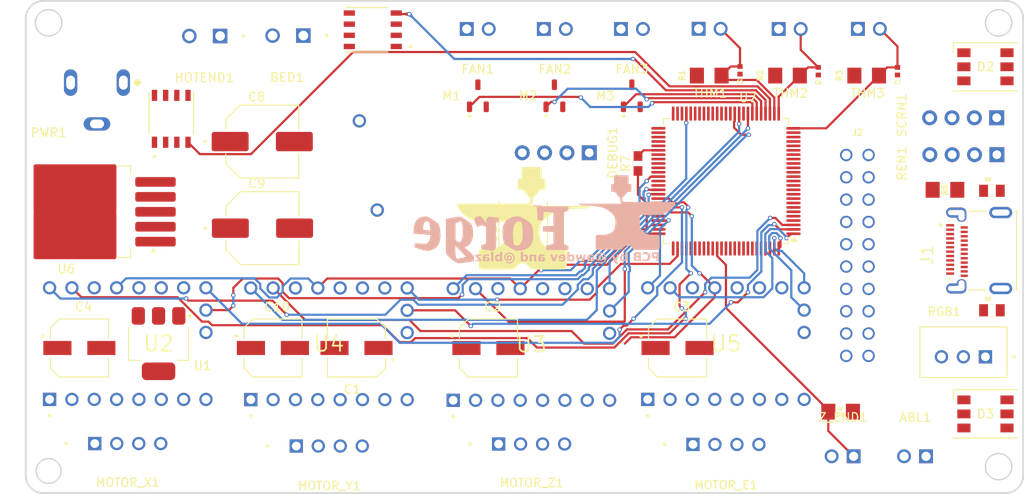
<source format=kicad_pcb>
(kicad_pcb (version 20240108) (generator "pcbnew") (generator_version "8.0")
  (layers (0 "F.Cu" signal) (31 "B.Cu" signal) (34 "B.Paste" user) (35 "F.Paste" user) (36 "B.SilkS" user "B.Silkscreen") (37 "F.SilkS" user "F.Silkscreen") (38 "B.Mask" user) (39 "F.Mask" user) (44 "Edge.Cuts" user))
  (net 0 "")
  (net 2 "ABL")
  (net 7 "T2")
  (net 12 "T1")
  (net 17 "T0")
  (net 21 "GNDREF")
  (net 22 "FAN1")
  (net 23 "FAN2")
  (net 24 "FAN3")
  (net 25 "HOTEND")
  (net 26 "BED")
  (net 27 "Z_END")
  (net 28 "EN_BTN")
  (net 29 "UART_TX")
  (net 30 "UART_RX")
  (net 31 "+3V3")
  (net 32 "VCC")
  (net 33 "Net-(FAN1-Pad1)")
  (net 34 "Net-(FAN2-Pad1)")
  (net 35 "Net-(FAN3-Pad1)")
  (net 36 "EN_REV")
  (net 37 "EN_FOR")
  (net 38 "SCRN_SCL")
  (net 39 "SCRN_SDA")
  (net 40 "DIR_M4")
  (net 41 "Net-(U3-M1A)")
  (net 42 "Net-(U3-M2A)")
  (net 43 "Net-(U2-M1A)")
  (net 44 "Net-(U2-M2A)")
  (net 45 "Net-(U4-M1A)")
  (net 46 "Net-(U4-M2A)")
  (net 47 "Net-(U5-M1B)")
  (net 48 "Net-(U5-M2B)")
  (net 49 "Net-(U5-M2A)")
  (net 50 "Net-(U5-M1A)")
  (net 51 "Net-(U2-M1B)")
  (net 52 "Net-(U2-M2B)")
  (net 53 "Net-(U3-M1B)")
  (net 54 "Net-(U3-M2B)")
  (net 55 "Net-(U4-M1B)")
  (net 56 "Net-(U4-M2B)")
  (net 57 "Net-(BED1-Pad01)")
  (net 58 "Net-(HOTEND1-Pad01)")
  (net 60 "DIR_M1")
  (net 63 "STEP_M1")
  (net 66 "EN_M1")
  (net 67 "STEP_M3")
  (net 68 "STEP_M4")
  (net 69 "EN_M4")
  (net 70 "DIR_M2")
  (net 71 "STEP_M2")
  (net 72 "EN_M3")
  (net 73 "DIAG_M3")
  (net 74 "DIAG_M4")
  (net 75 "DIR_M3")
  (net 76 "EN_M2")
  (net 77 "DIAG_M2")
  (net 78 "DIAG_M1")
  (net 79 "Net-(F1-Pad1)")
  (net 80 "SWDIO")
  (net 81 "SWCLK")
  (net 82 "USB_DP")
  (net 83 "USB_DM")
  (net 84 "+5V")
  (net 85 "Net-(D1-DOUT)")
  (net 87 "NEOPIXEL_DIN")
  (net 88 "Net-(D2-DOUT)")
  (net 90 "NEOPIXEL_DOUT")
  (net 96 "Net-(J1-CC1)")
  (net 97 "Net-(J1-CC2)")
  (net 144 "PF5")
  (net 145 "PF0")
  (net 146 "PF2")
  (net 147 "PF3")
  (net 148 "PF4")
  (net 149 "PE5")
  (net 150 "PE4")
  (net 151 "PF1")
  (footprint "TMC2209_SILENTSTEPSTICK:MODULE_TMC2209_SILENTSTEPSTICK" (layer "F.Cu") (at 180 111 90)
    (property "Reference" "U5")
    (property "Value" "TMC2209_SILENTSTEPSTICK" (hide yes))
  )
  (footprint "RMCF0805JT5K10:RESC2012X65N" (layer "F.Cu") (at 210.2375 93.609251)
    (property "Reference" "R8")
    (property "Value" "RMCF0805JT5K10" (hide yes))
  )
  (footprint "B4B-XH-A:JST_B4B-XH-A" (layer "F.Cu") (at 112 122.9 180)
    (property "Reference" "MOTOR_X1")
    (property "Value" "B4B-XH-A" (hide yes))
  )
  (footprint "GCM155R71H104KE02J:CAPC1005X55N" (layer "F.Cu") (at 199.5 80 -90)
    (property "Reference" "C7")
    (property "Value" "GCM155R71H104KE02J" (hide yes))
  )
  (footprint "PinHeader:PinHeader_1x04_P2.54mm_Vertical" (layer "F.Cu") (at 210.8 89.5 -90)
    (property "Reference" "REN1")
    (property "Value" "PEC11H-4015F-S0016" (hide yes))
  )
  (footprint "EEEFT1V101AP:CAP_EEEFT1V101AP" (layer "F.Cu") (at 174.5 111.5)
    (property "Reference" "C3")
    (property "Value" "EEEFT1V101AP" (hide yes))
  )
  (footprint "IRFH7440TRPBF:TRANS_FDMS86202" (layer "F.Cu") (at 139.8524 75.2856 180)
    (property "Reference" "Q2" (hide yes))
    (property "Value" "~" (hide yes))
  )
  (footprint "PJ-102B:CUI_PJ-102B" (layer "F.Cu") (at 105 81.3 180)
    (property "Reference" "PWR1")
    (property "Value" "PJ-102B" (hide yes))
  )
  (footprint "B2B-XH-A:JST_B2B-XH-A" (layer "F.Cu") (at 187.25 75.725 180)
    (property "Reference" "THM2")
    (property "Value" "B2B-XH-A" (hide yes))
  )
  (footprint "B2B-XH-A:JST_B2B-XH-A" (layer "F.Cu") (at 193.2675 123.300001)
    (property "Reference" "Z_END1")
    (property "Value" "B2B-XH-A" (hide yes))
  )
  (footprint "AO3400A:SOT95P280X125-3N" (layer "F.Cu") (at 151.8 82.8 90)
    (property "Reference" "M1")
    (property "Value" "AO3400A" (hide yes))
  )
  (footprint "IRFH7440TRPBF:TRANS_FDMS86202" (layer "F.Cu") (at 116.9416 85.4202 90)
    (property "Reference" "Q1" (hide yes))
    (property "Value" "~")
  )
  (footprint "B2B-XH-A:JST_B2B-XH-A" (layer "F.Cu") (at 151.7875 75.725001 180)
    (property "Reference" "FAN1")
    (property "Value" "B2B-XH-A" (hide yes))
  )
  (footprint "LED_SMD:LED_WS2812_PLCC6_5.0x5.0mm_P1.6mm" (layer "F.Cu") (at 209.5 79.5)
    (property "Reference" "D2")
    (property "Value" "WS2812" (hide yes))
  )
  (footprint "AO3400A:SOT95P280X125-3N" (layer "F.Cu") (at 160.5 82.8 90)
    (property "Reference" "M2")
    (property "Value" "AO3400A" (hide yes))
  )
  (footprint "b3b-xh-a:JST_B3B-XH-A" (layer "F.Cu") (at 207 111.975)
    (property "Reference" "RGB1")
    (property "Value" "B3B-XH-A")
  )
  (footprint "TMC2209_SILENTSTEPSTICK:MODULE_TMC2209_SILENTSTEPSTICK" (layer "F.Cu") (at 157.8864 111.0996 90)
    (property "Reference" "U3")
    (property "Value" "TMC2209_SILENTSTEPSTICK" (hide yes))
  )
  (footprint "B4B-XH-A:JST_B4B-XH-A" (layer "F.Cu") (at 134.9086 123.1816 180)
    (property "Reference" "MOTOR_Y1")
    (property "Value" "B4B-XH-A" (hide yes))
  )
  (footprint "RC1206JR-134K7L:RESC3216X65" (layer "F.Cu") (at 193.037001 118.745)
    (property "Reference" "R4")
    (property "Value" "RC1206JR-134K7L" (hide yes))
  )
  (footprint "Phoenix 1751248:PHOENIX_1751248" (layer "F.Cu") (at 124.5 72.4 180)
    (property "Reference" "HOTEND1")
    (property "Value" "1751248" (hide yes))
  )
  (footprint "LED_SMD:LED_WS2812_PLCC6_5.0x5.0mm_P1.6mm" (layer "F.Cu") (at 209.5 119)
    (property "Reference" "D3")
    (property "Value" "WS2812" (hide yes))
  )
  (footprint "EEEFT1V101AP:CAP_EEEFT1V101AP" (layer "F.Cu") (at 138 111.5 180)
    (property "Reference" "C1")
    (property "Value" "EEEFT1V101AP" (hide yes))
  )
  (footprint "B2B-XH-A:JST_B2B-XH-A" (layer "F.Cu") (at 160.55 75.725001 180)
    (property "Reference" "FAN2")
    (property "Value" "B2B-XH-A" (hide yes))
  )
  (footprint "2x10_tht:PinBox-2.54-02x10-THT" (layer "F.Cu") (at 194.945 100.965 180)
    (property "Reference" "J2")
    (property "Value" "Conn_02x10_Odd_Even" (hide yes))
  )
  (footprint "RC1206JR-134K7L:RESC3216X65" (layer "F.Cu") (at 178.100001 80.5)
    (property "Reference" "R1")
    (property "Value" "RC1206JR-134K7L" (hide yes))
  )
  (footprint "Phoenix 1751248:PHOENIX_1751248" (layer "F.Cu") (at 133.9625 72.35 180)
    (property "Reference" "BED1")
    (property "Value" "1751248" (hide yes))
  )
  (footprint "Package_TO_SOT_SMD:SOT-223-3_TabPin2" (layer "F.Cu") (at 115.5 111 -90)
    (property "Reference" "U1")
    (property "Value" "AMS1117-3.3" (hide yes))
  )
  (footprint "EEEFT1V101AP:CAP_EEEFT1V101AP" (layer "F.Cu") (at 153 111.5)
    (property "Reference" "C2")
    (property "Value" "EEEFT1V101AP" (hide yes))
  )
  (footprint "UWT1V101MCL1GS:CAPAE830X1000N" (layer "F.Cu") (at 127.3121 97.8662)
    (property "Reference" "C9")
    (property "Value" "UWT1V331MNL1GS" (hide yes))
  )
  (footprint "RC1206JR-134K7L:RESC3216X65" (layer "F.Cu") (at 196 80.5)
    (property "Reference" "R3")
    (property "Value" "RC1206JR-134K7L" (hide yes))
  )
  (footprint "RC0603FR-131KL:0603" (layer "F.Cu") (at 170 90.5 -90)
    (property "Reference" "R7")
    (property "Value" "RC0603FR-131KL" (hide yes))
  )
  (footprint "AO3400A:SOT95P280X125-3N" (layer "F.Cu") (at 169.3 82.8 90)
    (property "Reference" "M3")
    (property "Value" "AO3400A" (hide yes))
  )
  (footprint "PinHeader:PinHeader_1x04_P2.54mm_Vertical" (layer "F.Cu") (at 164.465 89.281 -90)
    (property "Reference" "DEBUG1")
    (property "Value" "Conn_01x04_Pin" (hide yes))
  )
  (footprint "PinHeader:PinHeader_1x04_P2.54mm_Vertical" (layer "F.Cu") (at 210.78 85.3 -90)
    (property "Reference" "SCRN1")
    (property "Value" "SSD1306" (hide yes))
  )
  (footprint "TMC2209_SILENTSTEPSTICK:MODULE_TMC2209_SILENTSTEPSTICK" (layer "F.Cu") (at 134.874 111.0234 90)
    (property "Reference" "U4")
    (property "Value" "TMC2209_SILENTSTEPSTICK" (hide yes))
  )
  (footprint "LOGO" (layer "F.Cu") (at 156.9 97.8)
    (property "Reference" "G***" (hide yes))
    (property "Value" "LOGO" (hide yes))
  )
  (footprint "B2B-XH-A:JST_B2B-XH-A" (layer "F.Cu") (at 201.5 123.300001)
    (property "Reference" "ABL1")
    (property "Value" "B2B-XH-A" (hide yes))
  )
  (footprint "B4B-XH-A:JST_B4B-XH-A" (layer "F.Cu") (at 157.9064 122.953 180)
    (property "Reference" "MOTOR_Z1")
    (property "Value" "B4B-XH-A" (hide yes))
  )
  (footprint "DX07S024JJ3R1300:JAE_DX07S024JJ3R1300" (layer "F.Cu") (at 208.1875 100.409251 90)
    (property "Reference" "J1")
    (property "Value" "DX07S024JJ3R1300" (hide yes))
    (fp_line (start 4.02 -2.65) (end 4.02 -1.75) (stroke (width 0.01)) (layer "Edge.Cuts"))
    (fp_line (start -4.02 -2.65) (end -4.02 -1.75) (stroke (width 0.01)) (layer "Edge.Cuts"))
    (fp_line (start 4.02 -1.75) (end 3.72 -1.75) (stroke (width 0.01)) (layer "Edge.Cuts"))
    (fp_line (start -4.02 -1.75) (end -3.72 -1.75) (stroke (width 0.01)) (layer "Edge.Cuts"))
    (fp_line (start 4.62 -1.4) (end 4.62 -2.65) (stroke (width 0.01)) (layer "Edge.Cuts"))
    (fp_line (start -4.62 -1.4) (end -4.62 -2.65) (stroke (width 0.01)) (layer "Edge.Cuts"))
    (fp_line (start 3.72 -1.05) (end 4.27 -1.05) (stroke (width 0.01)) (layer "Edge.Cuts"))
    (fp_line (start -3.72 -1.05) (end -4.27 -1.05) (stroke (width 0.01)) (layer "Edge.Cuts"))
    (fp_line (start 3.425 -0.315) (end 3.775 -0.315001) (stroke (width 0.01)) (layer "Edge.Cuts"))
    (fp_line (start 3.8 0.185) (end 3.425 0.185) (stroke (width 0.01)) (layer "Edge.Cuts"))
    (fp_arc (start 4.32 -2.95) (mid 4.532132 -2.862132) (end 4.62 -2.65) (stroke (width 0.01)) (layer "Edge.Cuts"))
    (fp_arc (start -4.32 -2.95) (mid -4.107868 -2.862132) (end -4.02 -2.65) (stroke (width 0.01)) (layer "Edge.Cuts"))
    (fp_arc (start 4.02 -2.65) (mid 4.107868 -2.862132) (end 4.32 -2.95) (stroke (width 0.01)) (layer "Edge.Cuts"))
    (fp_arc (start -4.62 -2.65) (mid -4.532132 -2.862132) (end -4.32 -2.95) (stroke (width 0.01)) (layer "Edge.Cuts"))
    (fp_arc (start -3.72 -1.75) (mid -3.37 -1.4) (end -3.72 -1.05) (stroke (width 0.01)) (layer "Edge.Cuts"))
    (fp_arc (start 4.62 -1.4) (mid 4.517487 -1.152513) (end 4.27 -1.05) (stroke (width 0.01)) (layer "Edge.Cuts"))
    (fp_arc (start 3.72 -1.05) (mid 3.37 -1.4) (end 3.72 -1.75) (stroke (width 0.01)) (layer "Edge.Cuts"))
    (fp_arc (start -4.27 -1.05) (mid -4.517487 -1.152513) (end -4.62 -1.4) (stroke (width 0.01)) (layer "Edge.Cuts"))
    (fp_arc (start 3.775 -0.315001) (mid 3.951777 -0.241777) (end 4.025 -0.065) (stroke (width 0.01)) (layer "Edge.Cuts"))
    (fp_arc (start 3.175 -0.065) (mid 3.248223 -0.241777) (end 3.425 -0.315) (stroke (width 0.01)) (layer "Edge.Cuts"))
    (fp_arc (start 4.025 -0.064999) (mid 3.960468 0.103174) (end 3.8 0.185) (stroke (width 0.01)) (layer "Edge.Cuts"))
    (fp_arc (start 3.425 0.185) (mid 3.248223 0.111777) (end 3.175 -0.065) (stroke (width 0.01)) (layer "Edge.Cuts"))
  )
  (footprint "EEEFN1C221XP:CAP_EEEFN1C221XP" (layer "F.Cu") (at 128.5 111.5)
    (property "Reference" "C10")
    (property "Value" "EEEFN1C221XP" (hide yes))
  )
  (footprint "TMC2209_SILENTSTEPSTICK:MODULE_TMC2209_SILENTSTEPSTICK" (layer "F.Cu") (at 112 111 90)
    (property "Reference" "U2")
    (property "Value" "TMC2209_SILENTSTEPSTICK" (hide yes))
  )
  (footprint "Package_TO_SOT_SMD:TO-263-5_TabPin3" (layer "F.Cu") (at 107.5 96 180)
    (property "Reference" "U6")
    (property "Value" "LM2576HVS-5" (hide yes))
  )
  (footprint "Package_QFP:LQFP-100_14x14mm_P0.5mm" (layer "F.Cu") (at 180 92.5 180)
    (property "Reference" "U7")
    (property "Value" "STM32G0B1VETx" (hide yes))
  )
  (footprint "RC1206JR-134K7L:RESC3216X65" (layer "F.Cu") (at 187 80.5)
    (property "Reference" "R2")
    (property "Value" "RC1206JR-134K7L" (hide yes))
  )
  (footprint "LED_SMD:LED_WS2812_PLCC6_5.0x5.0mm_P1.6mm" (layer "F.Cu") (at 156.95 98.5 90)
    (property "Reference" "D1")
    (property "Value" "WS2812")
  )
  (footprint "B2B-XH-A:JST_B2B-XH-A" (layer "F.Cu") (at 169.3125 75.725001 180)
    (property "Reference" "FAN3")
    (property "Value" "B2B-XH-A" (hide yes))
  )
  (footprint "B2B-XH-A:JST_B2B-XH-A" (layer "F.Cu") (at 196.25 75.705001 180)
    (property "Reference" "THM3")
    (property "Value" "B2B-XH-A" (hide yes))
  )
  (footprint "GCM155R71H104KE02J:CAPC1005X55N" (layer "F.Cu") (at 181.6 79.9 -90)
    (property "Reference" "C5")
    (property "Value" "GCM155R71H104KE02J" (hide yes))
  )
  (footprint "RC1206JR-134K7L:RESC3216X65" (layer "F.Cu") (at 204.899999 93.5)
    (property "Reference" "R6")
    (property "Value" "RC1206JR-134K7L" (hide yes))
  )
  (footprint "RMCF0805JT5K10:RESC2012X65N" (layer "F.Cu") (at 210.2375 107.209251)
    (property "Reference" "R9")
    (property "Value" "RMCF0805JT5K10" (hide yes))
  )
  (footprint "B2B-XH-A:JST_B2B-XH-A" (layer "F.Cu") (at 178.15 75.7 180)
    (property "Reference" "THM1")
    (property "Value" "B2B-XH-A" (hide yes))
  )
  (footprint "B4B-XH-A:JST_B4B-XH-A" (layer "F.Cu") (at 180 123 180)
    (property "Reference" "MOTOR_E1")
    (property "Value" "B4B-XH-A" (hide yes))
  )
  (footprint "UWT1V101MCL1GS:CAPAE830X1000N" (layer "F.Cu") (at 127.2867 88.011)
    (property "Reference" "C8")
    (property "Value" "UWT1V101MCL1GS" (hide yes))
  )
  (footprint "GCM155R71H104KE02J:CAPC1005X55N" (layer "F.Cu") (at 190.5 80 -90)
    (property "Reference" "C6")
    (property "Value" "GCM155R71H104KE02J" (hide yes))
  )
  (footprint "EEEFT1V101AP:CAP_EEEFT1V101AP" (layer "F.Cu") (at 106.5 111.5)
    (property "Reference" "C4")
    (property "Value" "EEEFT1V101AP" (hide yes))
  )
  (footprint "LOGO" (layer "B.Cu") (at 159.361128 96.850732 180)
    (property "Reference" "G***" (hide yes))
    (property "Value" "LOGO" (hide yes))
  )
  (footprint "RUEF900:FUSRR1015W81L2410T300H2900" (layer "B.Cu") (at 139.3444 90.7288 -90)
    (property "Reference" "F1" (hide yes))
    (property "Value" "RUEF900" (hide yes))
  )
  (gr_line (start 211.775735 128.014215) (end 102.414213 128.014213) (stroke (width 0.2)) (layer "Edge.Cuts"))
  (gr_line (start 100.4 74.014214) (end 100.4 126) (stroke (width 0.2)) (layer "Edge.Cuts"))
  (gr_arc (start 211.775736 72.000002) (mid 213.199993 72.589953) (end 213.789949 74.014215) (stroke (width 0.2)) (layer "Edge.Cuts"))
  (gr_arc (start 102.414213 128.014213) (mid 100.989949 127.424264) (end 100.4 126) (stroke (width 0.2)) (layer "Edge.Cuts"))
  (gr_circle (center 103 125.5) (end 104 126.5) (stroke (width 0.15)) (fill none) (layer "Edge.Cuts"))
  (gr_circle (center 211 125) (end 212.5 125) (stroke (width 0.15)) (fill none) (layer "Edge.Cuts"))
  (gr_line (start 213.789949 74.014215) (end 213.789949 126.000001) (stroke (width 0.2)) (layer "Edge.Cuts"))
  (gr_line (start 211.775736 72.000002) (end 102.414214 72) (stroke (width 0.2)) (layer "Edge.Cuts"))
  (gr_arc (start 100.4 74.014214) (mid 100.98995 72.58995) (end 102.414214 72) (stroke (width 0.2)) (layer "Edge.Cuts"))
  (gr_circle (center 211 74.5) (end 212.5 74.5) (stroke (width 0.15)) (fill none) (layer "Edge.Cuts"))
  (gr_arc (start 213.789949 126.000001) (mid 213.199999 127.424265) (end 211.775735 128.014215) (stroke (width 0.2)) (layer "Edge.Cuts"))
  (gr_circle (center 103 74.5) (end 104.5 74.5) (stroke (width 0.15)) (fill none) (layer "Edge.Cuts"))
  (gr_text "PCB by @awdev and @blaze" (at 172.5 101.8 0) (layer "B.SilkS") (effects (font (size 1 1) (thickness 0.25) (bold yes)) (justify left bottom mirror)))
  (segment (start 181.6 77.375) (end 179.4 75.175) (width 0.25) (layer "F.Cu") (net 7))
  (segment (start 180.532 79.468) (end 181.6 79.468) (width 0.25) (layer "F.Cu") (net 7))
  (segment (start 183.5 81) (end 185.5 83) (width 0.25) (layer "F.Cu") (net 7))
  (segment (start 181.6 79.468) (end 181.6 77.375) (width 0.25) (layer "F.Cu") (net 7))
  (segment (start 179.5 80.5) (end 180.532 79.468) (width 0.25) (layer "F.Cu") (net 7))
  (segment (start 185.5 83) (end 185.5 84.825) (width 0.25) (layer "F.Cu") (net 7))
  (segment (start 179.5 80.5) (end 180 81) (width 0.25) (layer "F.Cu") (net 7))
  (segment (start 180 81) (end 183.5 81) (width 0.25) (layer "F.Cu") (net 7))
  (segment (start 186 84.825) (end 186 82.899999) (width 0.25) (layer "F.Cu") (net 12))
  (segment (start 188.399999 80.5) (end 189.331999 79.568) (width 0.25) (layer "F.Cu") (net 12))
  (segment (start 186 82.899999) (end 188.399999 80.5) (width 0.25) (layer "F.Cu") (net 12))
  (segment (start 188.5 75.2) (end 188.5 77.568) (width 0.25) (layer "F.Cu") (net 12))
  (segment (start 188.5 77.568) (end 190.5 79.568) (width 0.25) (layer "F.Cu") (net 12))
  (segment (start 189.331999 79.568) (end 190.5 79.568) (width 0.25) (layer "F.Cu") (net 12))
  (segment (start 198.331999 79.568) (end 199.5 79.568) (width 0.25) (layer "F.Cu") (net 17))
  (segment (start 197.399999 80.5) (end 198.331999 79.568) (width 0.25) (layer "F.Cu") (net 17))
  (segment (start 197.399999 80.5) (end 191.399999 86.5) (width 0.25) (layer "F.Cu") (net 17))
  (segment (start 199.5 79.568) (end 199.5 77.180001) (width 0.25) (layer "F.Cu") (net 17))
  (segment (start 199.5 77.180001) (end 197.5 75.180001) (width 0.25) (layer "F.Cu") (net 17))
  (segment (start 191.399999 86.5) (end 187.675 86.5) (width 0.25) (layer "F.Cu") (net 17))
  (segment (start 163.425 82.925) (end 151.980001 82.925) (width 0.25) (layer "F.Cu") (net 22))
  (segment (start 183 83.68198) (end 182.84302 83.525) (width 0.25) (layer "F.Cu") (net 22))
  (segment (start 151.980001 82.925) (end 150.850001 84.055) (width 0.25) (layer "F.Cu") (net 22))
  (segment (start 182.84302 83.525) (end 171.723868 83.525) (width 0.25) (layer "F.Cu") (net 22))
  (segment (start 163.5 83) (end 163.425 82.925) (width 0.25) (layer "F.Cu") (net 22))
  (segment (start 171.723868 83.525) (end 171.598868 83.65) (width 0.25) (layer "F.Cu") (net 22))
  (segment (start 183 84.825) (end 183 83.68198) (width 0.25) (layer "F.Cu") (net 22))
  (via (at 171.598868 83.65) (size 0.5) (drill 0.3) (layers "F.Cu" "B.Cu") (net 22))
  (via (at 163.5 83) (size 0.5) (drill 0.3) (layers "F.Cu" "B.Cu") (net 22))
  (segment (start 171.598868 83.65) (end 171.173868 84.075) (width 0.25) (layer "B.Cu") (net 22))
  (segment (start 164.575 84.075) (end 163.5 83) (width 0.25) (layer "B.Cu") (net 22))
  (segment (start 171.173868 84.075) (end 164.575 84.075) (width 0.25) (layer "B.Cu") (net 22))
  (segment (start 183.029416 83.075) (end 183.5 83.545584) (width 0.25) (layer "F.Cu") (net 23))
  (segment (start 171 83.2) (end 171.125 83.075) (width 0.25) (layer "F.Cu") (net 23))
  (segment (start 171.125 83.075) (end 183.029416 83.075) (width 0.25) (layer "F.Cu") (net 23))
  (segment (start 160.5 83.5) (end 160.105001 83.5) (width 0.25) (layer "F.Cu") (net 23))
  (segment (start 183.5 83.545584) (end 183.5 84.825) (width 0.25) (layer "F.Cu") (net 23))
  (segment (start 160.105001 83.5) (end 159.550001 84.055) (width 0.25) (layer "F.Cu") (net 23))
  (via (at 171 83.2) (size 0.5) (drill 0.3) (layers "F.Cu" "B.Cu") (net 23))
  (via (at 160.5 83.5) (size 0.5) (drill 0.3) (layers "F.Cu" "B.Cu") (net 23))
  (segment (start 162 82) (end 160.5 83.5) (width 0.25) (layer "B.Cu") (net 23))
  (segment (start 171 83.2) (end 169.8 82) (width 0.25) (layer "B.Cu") (net 23))
  (segment (start 169.8 82) (end 162 82) (width 0.25) (layer "B.Cu") (net 23))
  (segment (start 169.780001 82.625) (end 183.215812 82.625) (width 0.25) (layer "F.Cu") (net 24))
  (segment (start 168.350001 84.055) (end 169.780001 82.625) (width 0.25) (layer "F.Cu") (net 24))
  (segment (start 184 83.409188) (end 184 84.825) (width 0.25) (layer "F.Cu") (net 24))
  (segment (start 183.215812 82.625) (end 184 83.409188) (width 0.25) (layer "F.Cu") (net 24))
  (segment (start 120.1924 89.436) (end 118.8466 88.0902) (width 0.25) (layer "F.Cu") (net 25))
  (segment (start 185 83.136396) (end 183.588604 81.725) (width 0.25) (layer "F.Cu") (net 25))
  (segment (start 126.005552 89.436) (end 120.1924 89.436) (width 0.25) (layer "F.Cu") (net 25))
  (segment (start 183.588604 81.725) (end 173.5838 81.725) (width 0.25) (layer "F.Cu") (net 25))
  (segment (start 185 84.825) (end 185 83.136396) (width 0.25) (layer "F.Cu") (net 25))
  (segment (start 169.6794 77.8206) (end 137.620952 77.8206) (width 0.25) (layer "F.Cu") (net 25))
  (segment (start 173.5838 81.725) (end 169.6794 77.8206) (width 0.25) (layer "F.Cu") (net 25))
  (segment (start 137.620952 77.8206) (end 126.005552 89.436) (width 0.25) (layer "F.Cu") (net 25))
  (segment (start 144 73.5) (end 142.6418 73.5) (width 0.25) (layer "F.Cu") (net 26))
  (segment (start 142.6418 73.5) (end 142.5224 73.3806) (width 0.25) (layer "F.Cu") (net 26))
  (segment (start 183.402208 82.175) (end 173.175 82.175) (width 0.25) (layer "F.Cu") (net 26))
  (segment (start 173.175 82.175) (end 169.5 78.5) (width 0.25) (layer "F.Cu") (net 26))
  (segment (start 169.5 78.5) (end 169.439547 78.560453) (width 0.25) (layer "F.Cu") (net 26))
  (segment (start 184.5 84.825) (end 184.5 83.272792) (width 0.25) (layer "F.Cu") (net 26))
  (segment (start 169.439547 78.560453) (end 169.439547 78.606053) (width 0.25) (layer "F.Cu") (net 26))
  (segment (start 184.5 83.272792) (end 183.402208 82.175) (width 0.25) (layer "F.Cu") (net 26))
  (via (at 169.439547 78.606053) (size 0.5) (drill 0.3) (layers "F.Cu" "B.Cu") (net 26))
  (via (at 144 73.5) (size 0.5) (drill 0.3) (layers "F.Cu" "B.Cu") (net 26))
  (segment (start 169.439547 78.606053) (end 149.106053 78.606053) (width 0.25) (layer "B.Cu") (net 26))
  (segment (start 149.106053 78.606053) (end 144 73.5) (width 0.25) (layer "B.Cu") (net 26))
  (segment (start 191.637002 118.745) (end 191.637002 120.944503) (width 0.25) (layer "F.Cu") (net 27))
  (segment (start 180 102.042764) (end 180 106.934063) (width 0.25) (layer "F.Cu") (net 27))
  (segment (start 191.637002 118.571065) (end 191.637002 118.745) (width 0.25) (layer "F.Cu") (net 27))
  (segment (start 191.637002 120.944503) (end 194.5175 123.825001) (width 0.25) (layer "F.Cu") (net 27))
  (segment (start 179 100.175) (end 179 101.042764) (width 0.25) (layer "F.Cu") (net 27))
  (segment (start 179 101.042764) (end 180 102.042764) (width 0.25) (layer "F.Cu") (net 27))
  (segment (start 180 106.934063) (end 191.637002 118.571065) (width 0.25) (layer "F.Cu") (net 27))
  (segment (start 170 89.65) (end 170.65 89) (width 0.25) (layer "F.Cu") (net 29))
  (segment (start 170.65 89) (end 172.325 89) (width 0.25) (layer "F.Cu") (net 29))
  (segment (start 173.802208 96.075) (end 173.227208 95.5) (width 0.25) (layer "F.Cu") (net 30))
  (segment (start 171 98) (end 171 95.957236) (width 0.25) (layer "F.Cu") (net 30))
  (segment (start 173.227208 95.5) (end 172.325 95.5) (width 0.25) (layer "F.Cu") (net 30))
  (segment (start 155.4612 103.5944) (end 134.683 103.5944) (width 0.25) (layer "F.Cu") (net 30))
  (segment (start 169.863604 98) (end 171 98) (width 0.25) (layer "F.Cu") (net 30))
  (segment (start 169.217337 110.282663) (end 168.5 111) (width 0.25) (layer "F.Cu") (net 30))
  (segment (start 163.596584 101.575) (end 166.288604 101.575) (width 0.25) (layer "F.Cu") (net 30))
  (segment (start 175.69934 96.075) (end 173.802208 96.075) (width 0.25) (layer "F.Cu") (net 30))
  (segment (start 178.73 105.716317) (end 174.163654 110.282663) (width 0.25) (layer "F.Cu") (net 30))
  (segment (start 171 95.957236) (end 171.457236 95.5) (width 0.25) (layer "F.Cu") (net 30))
  (segment (start 158.7204 102.6456) (end 156.6164 104.7496) (width 0.25) (layer "F.Cu") (net 30))
  (segment (start 174.163654 110.282663) (end 169.217337 110.282663) (width 0.25) (layer "F.Cu") (net 30))
  (segment (start 171.457236 95.5) (end 172.325 95.5) (width 0.25) (layer "F.Cu") (net 30))
  (segment (start 178.73 104.65) (end 178.73 105.716317) (width 0.25) (layer "F.Cu") (net 30))
  (segment (start 176.12434 96.5) (end 175.69934 96.075) (width 0.25) (layer "F.Cu") (net 30))
  (segment (start 156.6164 104.7496) (end 155.4612 103.5944) (width 0.25) (layer "F.Cu") (net 30))
  (segment (start 159 102.6456) (end 158.7204 102.6456) (width 0.25) (layer "F.Cu") (net 30))
  (segment (start 166.288604 101.575) (end 169.863604 98) (width 0.25) (layer "F.Cu") (net 30))
  (segment (start 170 94.042764) (end 171.457236 95.5) (width 0.25) (layer "F.Cu") (net 30))
  (segment (start 177 103) (end 177.08 103) (width 0.25) (layer "F.Cu") (net 30))
  (segment (start 134.683 103.5944) (end 133.604 104.6734) (width 0.25) (layer "F.Cu") (net 30))
  (segment (start 163.471584 101.45) (end 163.596584 101.575) (width 0.25) (layer "F.Cu") (net 30))
  (segment (start 177.08 103) (end 178.73 104.65) (width 0.25) (layer "F.Cu") (net 30))
  (segment (start 170 91.35) (end 170 94.042764) (width 0.25) (layer "F.Cu") (net 30))
  (via (at 176.12434 96.5) (size 0.5) (drill 0.3) (layers "F.Cu" "B.Cu") (net 30))
  (via (at 159 102.6456) (size 0.5) (drill 0.3) (layers "F.Cu" "B.Cu") (net 30))
  (via (at 177 103) (size 0.5) (drill 0.3) (layers "F.Cu" "B.Cu") (net 30))
  (via (at 163.471584 101.45) (size 0.5) (drill 0.3) (layers "F.Cu" "B.Cu") (net 30))
  (segment (start 130.5086 103.5944) (end 129.603 104.5) (width 0.25) (layer "B.Cu") (net 30))
  (segment (start 129.603 105.120337) (end 128.970937 105.7524) (width 0.25) (layer "B.Cu") (net 30))
  (segment (start 163.471584 101.45) (end 163.471584 101.528416) (width 0.25) (layer "B.Cu") (net 30))
  (segment (start 128.970937 105.7524) (end 128.077063 105.7524) (width 0.25) (layer "B.Cu") (net 30))
  (segment (start 163.471584 101.528416) (end 162.3544 102.6456) (width 0.25) (layer "B.Cu") (net 30))
  (segment (start 128.077063 105.7524) (end 127.063 104.738337) (width 0.25) (layer "B.Cu") (net 30))
  (segment (start 111.809 103.571) (end 110.73 104.65) (width 0.25) (layer "B.Cu") (net 30))
  (segment (start 162.3544 102.6456) (end 159 102.6456) (width 0.25) (layer "B.Cu") (net 30))
  (segment (start 176.12434 102.12434) (end 177 103) (width 0.25) (layer "B.Cu") (net 30))
  (segment (start 129.603 104.5) (end 129.603 105.120337) (width 0.25) (layer "B.Cu") (net 30))
  (segment (start 176.12434 96.5) (end 176.12434 102.12434) (width 0.25) (layer "B.Cu") (net 30))
  (segment (start 127.063 104.226463) (end 126.407537 103.571) (width 0.25) (layer "B.Cu") (net 30))
  (segment (start 132.525 103.5944) (end 130.5086 103.5944) (width 0.25) (layer "B.Cu") (net 30))
  (segment (start 126.407537 103.571) (end 111.809 103.571) (width 0.25) (layer "B.Cu") (net 30))
  (segment (start 127.063 104.738337) (end 127.063 104.226463) (width 0.25) (layer "B.Cu") (net 30))
  (segment (start 133.604 104.6734) (end 132.525 103.5944) (width 0.25) (layer "B.Cu") (net 30))
  (segment (start 173.44957 97) (end 173.474785 96.974785) (width 0.25) (layer "F.Cu") (net 40))
  (segment (start 172.325 97) (end 173.44957 97) (width 0.25) (layer "F.Cu") (net 40))
  (via (at 173.474785 96.974785) (size 0.5) (drill 0.3) (layers "F.Cu" "B.Cu") (net 40))
  (segment (start 172.5 103.26) (end 171.11 104.65) (width 0.25) (layer "B.Cu") (net 40))
  (segment (start 173.474785 96.974785) (end 172.5 97.94957) (width 0.25) (layer "B.Cu") (net 40))
  (segment (start 172.5 97.94957) (end 172.5 103.26) (width 0.25) (layer "B.Cu") (net 40))
  (segment (start 128.459578 106.111) (end 118.864124 106.111) (width 0.25) (layer "F.Cu") (net 60))
  (segment (start 172.325 94) (end 171.281681 94) (width 0.25) (layer "F.Cu") (net 60))
  (segment (start 130.065978 107.7174) (end 128.459578 106.111) (width 0.25) (layer "F.Cu") (net 60))
  (segment (start 171.281681 94) (end 171.208635 94.073046) (width 0.25) (layer "F.Cu") (net 60))
  (segment (start 118.864124 106.111) (end 118.626562 105.873438) (width 0.25) (layer "F.Cu") (net 60))
  (via (at 118.626562 105.873438) (size 0.5) (drill 0.3) (layers "F.Cu" "B.Cu") (net 60))
  (via (at 130.065978 107.7174) (size 0.5) (drill 0.3) (layers "F.Cu" "B.Cu") (net 60))
  (via (at 171.208635 94.073046) (size 0.5) (drill 0.3) (layers "F.Cu" "B.Cu") (net 60))
  (segment (start 163.1574 104.8426) (end 161.425 106.575) (width 0.25) (layer "B.Cu") (net 60))
  (segment (start 104.333438 105.873438) (end 103.11 104.65) (width 0.25) (layer "B.Cu") (net 60))
  (segment (start 161.425 106.575) (end 145.029204 106.575) (width 0.25) (layer "B.Cu") (net 60))
  (segment (start 143 106) (end 141.2826 107.7174) (width 0.25) (layer "B.Cu") (net 60))
  (segment (start 171.208635 94.073046) (end 171.208635 95.882177) (width 0.25) (layer "B.Cu") (net 60))
  (segment (start 164.3294 103.6706) (end 163.789463 103.6706) (width 0.25) (layer "B.Cu") (net 60))
  (segment (start 141.2826 107.7174) (end 130.065978 107.7174) (width 0.25) (layer "B.Cu") (net 60))
  (segment (start 165.8764 101.214412) (end 165.8764 101.487204) (width 0.25) (layer "B.Cu") (net 60))
  (segment (start 145.029204 106.575) (end 144.454204 106) (width 0.25) (layer "B.Cu") (net 60))
  (segment (start 163.789463 103.6706) (end 163.1574 104.302663) (width 0.25) (layer "B.Cu") (net 60))
  (segment (start 164.8654 103.1346) (end 164.3294 103.6706) (width 0.25) (layer "B.Cu") (net 60))
  (segment (start 164.8654 102.498204) (end 164.8654 103.1346) (width 0.25) (layer "B.Cu") (net 60))
  (segment (start 165.8764 101.487204) (end 164.8654 102.498204) (width 0.25) (layer "B.Cu") (net 60))
  (segment (start 171.208635 95.882177) (end 165.8764 101.214412) (width 0.25) (layer "B.Cu") (net 60))
  (segment (start 144.454204 106) (end 143 106) (width 0.25) (layer "B.Cu") (net 60))
  (segment (start 163.1574 104.302663) (end 163.1574 104.8426) (width 0.25) (layer "B.Cu") (net 60))
  (segment (start 118.626562 105.873438) (end 104.333438 105.873438) (width 0.25) (layer "B.Cu") (net 60))
  (segment (start 175.700003 95.38683) (end 175.700003 95.5) (width 0.25) (layer "F.Cu") (net 63))
  (segment (start 174.761827 94.925) (end 175.238173 94.925) (width 0.25) (layer "F.Cu") (net 63))
  (segment (start 120.43995 108.5) (end 117.66895 105.729) (width 0.25) (layer "F.Cu") (net 63))
  (segment (start 175.238173 94.925) (end 175.700003 95.38683) (width 0.25) (layer "F.Cu") (net 63))
  (segment (start 140.957031 108.907031) (end 121.592968 108.907031) (width 0.25) (layer "F.Cu") (net 63))
  (segment (start 175.25956 108.167401) (end 173.594298 109.832663) (width 0.25) (layer "F.Cu") (net 63))
  (segment (start 174.988695 106.988695) (end 174.729 106.729) (width 0.25) (layer "F.Cu") (net 63))
  (segment (start 174.729 104.271) (end 176 103) (width 0.25) (layer "F.Cu") (net 63))
  (segment (start 144.668337 110.375) (end 144.210937 110.8324) (width 0.25) (layer "F.Cu") (net 63))
  (segment (start 167.318333 111.45) (end 158.5 111.45) (width 0.25) (layer "F.Cu") (net 63))
  (segment (start 173.594298 109.832663) (end 168.93567 109.832663) (width 0.25) (layer "F.Cu") (net 63))
  (segment (start 157.425 110.375) (end 144.668337 110.375) (width 0.25) (layer "F.Cu") (net 63))
  (segment (start 158.5 111.45) (end 157.425 110.375) (width 0.25) (layer "F.Cu") (net 63))
  (segment (start 142.8824 110.8324) (end 140.957031 108.907031) (width 0.25) (layer "F.Cu") (net 63))
  (segment (start 174.05 95.05) (end 174.636827 95.05) (width 0.25) (layer "F.Cu") (net 63))
  (segment (start 106.729 105.729) (end 105.65 104.65) (width 0.25) (layer "F.Cu") (net 63))
  (segment (start 121.185937 108.5) (end 120.43995 108.5) (width 0.25) (layer "F.Cu") (net 63))
  (segment (start 117.66895 105.729) (end 106.729 105.729) (width 0.25) (layer "F.Cu") (net 63))
  (segment (start 174.636827 95.05) (end 174.761827 94.925) (width 0.25) (layer "F.Cu") (net 63))
  (segment (start 172.325 94.5) (end 173.5 94.5) (width 0.25) (layer "F.Cu") (net 63))
  (segment (start 121.592968 108.907031) (end 121.185937 108.5) (width 0.25) (layer "F.Cu") (net 63))
  (segment (start 144.210937 110.8324) (end 142.8824 110.8324) (width 0.25) (layer "F.Cu") (net 63))
  (segment (start 168.93567 109.832663) (end 167.318333 111.45) (width 0.25) (layer "F.Cu") (net 63))
  (segment (start 175.436337 108.167401) (end 175.25956 108.167401) (width 0.25) (layer "F.Cu") (net 63))
  (segment (start 173.5 94.5) (end 174.05 95.05) (width 0.25) (layer "F.Cu") (net 63))
  (segment (start 174.729 106.729) (end 174.729 104.271) (width 0.25) (layer "F.Cu") (net 63))
  (via (at 175.700003 95.5) (size 0.5) (drill 0.3) (layers "F.Cu" "B.Cu") (net 63))
  (via (at 175.436337 108.167401) (size 0.5) (drill 0.3) (layers "F.Cu" "B.Cu") (net 63))
  (via (at 176 103) (size 0.5) (drill 0.3) (layers "F.Cu" "B.Cu") (net 63))
  (via (at 174.988695 106.988695) (size 0.5) (drill 0.3) (layers "F.Cu" "B.Cu") (net 63))
  (segment (start 175.436337 108.167401) (end 175.436337 107.436337) (width 0.25) (layer "B.Cu") (net 63))
  (segment (start 175.700003 95.61317) (end 175.5 95.813173) (width 0.25) (layer "B.Cu") (net 63))
  (segment (start 175.436337 107.436337) (end 174.988695 106.988695) (width 0.25) (layer "B.Cu") (net 63))
  (segment (start 175.5 102.5) (end 176 103) (width 0.25) (layer "B.Cu") (net 63))
  (segment (start 175.5 95.813173) (end 175.5 102.5) (width 0.25) (layer "B.Cu") (net 63))
  (segment (start 175.700003 95.5) (end 175.700003 95.61317) (width 0.25) (layer "B.Cu") (net 63))
  (segment (start 168.620427 108.95) (end 168.368763 108.95) (width 0.25) (layer "F.Cu") (net 66))
  (segment (start 169.5 108.1674) (end 168.734737 108.932663) (width 0.25) (layer "F.Cu") (net 66))
  (segment (start 173.363604 95) (end 173.863604 95.5) (width 0.25) (layer "F.Cu") (net 66))
  (segment (start 173.863604 95.5) (end 175 95.5) (width 0.25) (layer "F.Cu") (net 66))
  (segment (start 168.368763 108.95) (end 167.909382 109.409381) (width 0.25) (layer "F.Cu") (net 66))
  (segment (start 168.734737 108.932663) (end 168.637764 108.932663) (width 0.25) (layer "F.Cu") (net 66))
  (segment (start 172.325 95) (end 173.363604 95) (width 0.25) (layer "F.Cu") (net 66))
  (segment (start 168.637764 108.932663) (end 168.620427 108.95) (width 0.25) (layer "F.Cu") (net 66))
  (via (at 167.909382 109.409381) (size 0.5) (drill 0.3) (layers "F.Cu" "B.Cu") (net 66))
  (via (at 169.5 108.1674) (size 0.5) (drill 0.3) (layers "F.Cu" "B.Cu") (net 66))
  (via (at 175 95.5) (size 0.5) (drill 0.3) (layers "F.Cu" "B.Cu") (net 66))
  (segment (start 167.909382 109.409381) (end 167.909382 110.222555) (width 0.25) (layer "B.Cu") (net 66))
  (segment (start 175 95.5) (end 175 101.774063) (width 0.25) (layer "B.Cu") (net 66))
  (segment (start 175 101.774063) (end 172.189 104.585063) (width 0.25) (layer "B.Cu") (net 66))
  (segment (start 172.189 105.4784) (end 169.5 108.1674) (width 0.25) (layer "B.Cu") (net 66))
  (segment (start 167.909382 110.222555) (end 167.223337 110.9086) (width 0.25) (layer "B.Cu") (net 66))
  (segment (start 172.189 104.585063) (end 172.189 105.4784) (width 0.25) (layer "B.Cu") (net 66))
  (segment (start 167.223337 110.9086) (end 142.9086 110.9086) (width 0.25) (layer "B.Cu") (net 66))
  (segment (start 124.9824 108.7424) (end 120.89 104.65) (width 0.25) (layer "B.Cu") (net 66))
  (segment (start 140.7424 108.7424) (end 124.9824 108.7424) (width 0.25) (layer "B.Cu") (net 66))
  (segment (start 142.9086 110.9086) (end 140.7424 108.7424) (width 0.25) (layer "B.Cu") (net 66))
  (segment (start 162.456937 109.575) (end 145.2826 109.575) (width 0.25) (layer "F.Cu") (net 67))
  (segment (start 186.41646 97.5) (end 187.675 97.5) (width 0.25) (layer "F.Cu") (net 67))
  (segment (start 168.749274 109.382663) (end 167.131937 111) (width 0.25) (layer "F.Cu") (net 67))
  (segment (start 185.616457 96.699997) (end 186.41646 97.5) (width 0.25) (layer "F.Cu") (net 67))
  (segment (start 177.636565 105.154) (end 173.407902 109.382663) (width 0.25) (layer "F.Cu") (net 67))
  (segment (start 185.027211 96.699997) (end 185.616457 96.699997) (width 0.25) (layer "F.Cu") (net 67))
  (segment (start 173.407902 109.382663) (end 168.749274 109.382663) (width 0.25) (layer "F.Cu") (net 67))
  (segment (start 144 108.2924) (end 132.143 108.2924) (width 0.25) (layer "F.Cu") (net 67))
  (segment (start 132.143 108.2924) (end 128.524 104.6734) (width 0.25) (layer "F.Cu") (net 67))
  (segment (start 163.881937 111) (end 162.456937 109.575) (width 0.25) (layer "F.Cu") (net 67))
  (segment (start 145.2826 109.575) (end 144 108.2924) (width 0.25) (layer "F.Cu") (net 67))
  (segment (start 167.131937 111) (end 163.881937 111) (width 0.25) (layer "F.Cu") (net 67))
  (via (at 185.027211 96.699997) (size 0.5) (drill 0.3) (layers "F.Cu" "B.Cu") (net 67))
  (via (at 177.636565 105.154) (size 0.5) (drill 0.3) (layers "F.Cu" "B.Cu") (net 67))
  (segment (start 183.575 102.609604) (end 182.684604 103.5) (width 0.25) (layer "B.Cu") (net 67))
  (segment (start 177.636565 104.217498) (end 177.636565 105.154) (width 0.25) (layer "B.Cu") (net 67))
  (segment (start 185.027211 96.699997) (end 183.575 98.152208) (width 0.25) (layer "B.Cu") (net 67))
  (segment (start 183.575 98.152208) (end 183.575 102.609604) (width 0.25) (layer "B.Cu") (net 67))
  (segment (start 178.354063 103.5) (end 177.636565 104.217498) (width 0.25) (layer "B.Cu") (net 67))
  (segment (start 182.684604 103.5) (end 178.354063 103.5) (width 0.25) (layer "B.Cu") (net 67))
  (segment (start 187.400006 98.5) (end 186.900006 99) (width 0.25) (layer "F.Cu") (net 68))
  (segment (start 187.675 98.5) (end 187.400006 98.5) (width 0.25) (layer "F.Cu") (net 68))
  (via (at 186.900006 99) (size 0.5) (drill 0.3) (layers "F.Cu" "B.Cu") (net 68))
  (segment (start 184.271 105.729) (end 174.729 105.729) (width 0.25) (layer "B.Cu") (net 68))
  (segment (start 186.900006 99) (end 186.900006 98.88683) (width 0.25) (layer "B.Cu") (net 68))
  (segment (start 174.729 105.729) (end 173.65 104.65) (width 0.25) (layer "B.Cu") (net 68))
  (segment (start 185.271 104.729) (end 184.271 105.729) (width 0.25) (layer "B.Cu") (net 68))
  (segment (start 185.271 101.271) (end 185.271 104.729) (width 0.25) (layer "B.Cu") (net 68))
  (segment (start 184.475 100.475) (end 185.271 101.271) (width 0.25) (layer "B.Cu") (net 68))
  (segment (start 186.900006 98.88683) (end 185.988176 97.975) (width 0.25) (layer "B.Cu") (net 68))
  (segment (start 185.988176 97.975) (end 185.025 97.975) (width 0.25) (layer "B.Cu") (net 68))
  (segment (start 184.475 98.525) (end 184.475 100.475) (width 0.25) (layer "B.Cu") (net 68))
  (segment (start 185.025 97.975) (end 184.475 98.525) (width 0.25) (layer "B.Cu") (net 68))
  (segment (start 185.5 100.175) (end 185.5 99) (width 0.25) (layer "F.Cu") (net 69))
  (via (at 185.5 99) (size 0.5) (drill 0.3) (layers "F.Cu" "B.Cu") (net 69))
  (segment (start 185.848769 100.442356) (end 186.325115 100.442356) (width 0.25) (layer "B.Cu") (net 69))
  (segment (start 185.5 99) (end 185.5 100.093587) (width 0.25) (layer "B.Cu") (net 69))
  (segment (start 185.5 100.093587) (end 185.848769 100.442356) (width 0.25) (layer "B.Cu") (net 69))
  (segment (start 186.325115 100.442356) (end 188.89 103.007241) (width 0.25) (layer "B.Cu") (net 69))
  (segment (start 188.89 103.007241) (end 188.89 104.65) (width 0.25) (layer "B.Cu") (net 69))
  (segment (start 171.457236 92) (end 172.325 92) (width 0.25) (layer "F.Cu") (net 70))
  (segment (start 171 92.457236) (end 171.457236 92) (width 0.25) (layer "F.Cu") (net 70))
  (segment (start 171 92.5) (end 171 92.457236) (width 0.25) (layer "F.Cu") (net 70))
  (via (at 171 92.5) (size 0.5) (drill 0.3) (layers "F.Cu" "B.Cu") (net 70))
  (segment (start 148.9964 104.745267) (end 148.9964 104.7496) (width 0.25) (layer "B.Cu") (net 70))
  (segment (start 171 92.5) (end 170.183635 93.316365) (width 0.25) (layer "B.Cu") (net 70))
  (segment (start 170.183635 93.316365) (end 170.183635 95.634385) (width 0.25) (layer "B.Cu") (net 70))
  (segment (start 163.9654 101.85262) (end 163.9654 102.398204) (width 0.25) (layer "B.Cu") (net 70))
  (segment (start 163.593004 102.7706) (end 163.416671 102.7706) (width 0.25) (layer "B.Cu") (net 70))
  (segment (start 150.521067 103.2206) (end 148.9964 104.745267) (width 0.25) (layer "B.Cu") (net 70))
  (segment (start 170.183635 95.634385) (end 163.9654 101.85262) (width 0.25) (layer "B.Cu") (net 70))
  (segment (start 163.9654 102.398204) (end 163.593004 102.7706) (width 0.25) (layer "B.Cu") (net 70))
  (segment (start 163.416671 102.7706) (end 162.966671 103.2206) (width 0.25) (layer "B.Cu") (net 70))
  (segment (start 162.966671 103.2206) (end 150.521067 103.2206) (width 0.25) (layer "B.Cu") (net 70))
  (segment (start 168.5 108.434031) (end 168.434031 108.5) (width 0.25) (layer "F.Cu") (net 71))
  (segment (start 168.434031 108.5) (end 155.2868 108.5) (width 0.25) (layer "F.Cu") (net 71))
  (segment (start 155.2868 108.5) (end 151.5364 104.7496) (width 0.25) (layer "F.Cu") (net 71))
  (segment (start 168.5 102.5) (end 168.5 108.434031) (width 0.25) (layer "F.Cu") (net 71))
  (segment (start 182.5 84.825) (end 182.5 86.5) (width 0.25) (layer "F.Cu") (net 71))
  (via (at 168.5 102.5) (size 0.5) (drill 0.3) (layers "F.Cu" "B.Cu") (net 71))
  (via (at 182.5 86.5) (size 0.5) (drill 0.3) (layers "F.Cu" "B.Cu") (net 71))
  (segment (start 182.5 86.5) (end 168.5 100.5) (width 0.25) (layer "B.Cu") (net 71))
  (segment (start 168.5 100.5) (end 168.5 102.5) (width 0.25) (layer "B.Cu") (net 71))
  (segment (start 165.3154 105.196537) (end 164.511937 106) (width 0.25) (layer "F.Cu") (net 72))
  (segment (start 174.5 101.042764) (end 173.617764 101.925) (width 0.25) (layer "F.Cu") (net 72))
  (segment (start 165.3154 104.6846) (end 165.3154 105.196537) (width 0.25) (layer "F.Cu") (net 72))
  (segment (start 173.617764 101.925) (end 168.075 101.925) (width 0.25) (layer "F.Cu") (net 72))
  (segment (start 174.5 100.175) (end 174.5 101.042764) (width 0.25) (layer "F.Cu") (net 72))
  (segment (start 164.511937 106) (end 154 106) (width 0.25) (layer "F.Cu") (net 72))
  (segment (start 168.075 101.925) (end 165.3154 104.6846) (width 0.25) (layer "F.Cu") (net 72))
  (via (at 154 106) (size 0.5) (drill 0.3) (layers "F.Cu" "B.Cu") (net 72))
  (segment (start 154 106) (end 145.0906 106) (width 0.25) (layer "B.Cu") (net 72))
  (segment (start 145.0906 106) (end 143.764 104.6734) (width 0.25) (layer "B.Cu") (net 72))
  (segment (start 181.35 106.304) (end 180.575 106.304) (width 0.25) (layer "F.Cu") (net 73))
  (segment (start 151 109) (end 149.2134 107.2134) (width 0.25) (layer "F.Cu") (net 73))
  (segment (start 149.2134 107.2134) (end 143.764 107.2134) (width 0.25) (layer "F.Cu") (net 73))
  (segment (start 185.503287 97.4) (end 185.625 97.521713) (width 0.25) (layer "F.Cu") (net 73))
  (segment (start 182.5 105.154) (end 181.35 106.304) (width 0.25) (layer "F.Cu") (net 73))
  (segment (start 185.625 97.521713) (end 185.625 97.525) (width 0.25) (layer "F.Cu") (net 73))
  (segment (start 185.625 97.525) (end 186.1 98) (width 0.25) (layer "F.Cu") (net 73))
  (segment (start 186.1 98) (end 187.675 98) (width 0.25) (layer "F.Cu") (net 73))
  (via (at 182.5 105.154) (size 0.5) (drill 0.3) (layers "F.Cu" "B.Cu") (net 73))
  (via (at 151 109) (size 0.5) (drill 0.3) (layers "F.Cu" "B.Cu") (net 73))
  (via (at 185.503287 97.4) (size 0.5) (drill 0.3) (layers "F.Cu" "B.Cu") (net 73))
  (via (at 180.575 106.304) (size 0.5) (drill 0.3) (layers "F.Cu" "B.Cu") (net 73))
  (segment (start 178.1366 108.7424) (end 151.2576 108.7424) (width 0.25) (layer "B.Cu") (net 73))
  (segment (start 184.025 102.796) (end 182.5 104.321) (width 0.25) (layer "B.Cu") (net 73))
  (segment (start 182.5 104.321) (end 182.5 105.154) (width 0.25) (layer "B.Cu") (net 73))
  (segment (start 185.503287 97.4) (end 185.378287 97.525) (width 0.25) (layer "B.Cu") (net 73))
  (segment (start 184.025 98.338604) (end 184.025 102.796) (width 0.25) (layer "B.Cu") (net 73))
  (segment (start 151.2576 108.7424) (end 151 109) (width 0.25) (layer "B.Cu") (net 73))
  (segment (start 180.575 106.304) (end 178.1366 108.7424) (width 0.25) (layer "B.Cu") (net 73))
  (segment (start 184.838604 97.525) (end 184.025 98.338604) (width 0.25) (layer "B.Cu") (net 73))
  (segment (start 185.378287 97.525) (end 184.838604 97.525) (width 0.25) (layer "B.Cu") (net 73))
  (segment (start 186.200003 99) (end 186.200003 99.974997) (width 0.25) (layer "F.Cu") (net 74))
  (segment (start 186.200003 99.974997) (end 186 100.175) (width 0.25) (layer "F.Cu") (net 74))
  (via (at 186.200003 99) (size 0.5) (drill 0.3) (layers "F.Cu" "B.Cu") (net 74))
  (segment (start 186.200003 98.88683) (end 185.738173 98.425) (width 0.25) (layer "B.Cu") (net 74))
  (segment (start 185.738173 98.425) (end 185.261827 98.425) (width 0.25) (layer "B.Cu") (net 74))
  (segment (start 187.429 105.729) (end 188.89 107.19) (width 0.25) (layer "B.Cu") (net 74))
  (segment (start 187.429 102.658983) (end 187.429 105.729) (width 0.25) (layer "B.Cu") (net 74))
  (segment (start 185.261827 98.425) (end 184.925 98.761827) (width 0.25) (layer "B.Cu") (net 74))
  (segment (start 184.925 100.154983) (end 187.429 102.658983) (width 0.25) (layer "B.Cu") (net 74))
  (segment (start 186.200003 99) (end 186.200003 98.88683) (width 0.25) (layer "B.Cu") (net 74))
  (segment (start 184.925 98.761827) (end 184.925 100.154983) (width 0.25) (layer "B.Cu") (net 74))
  (segment (start 175.5 85.865066) (end 175.4827 85.882366) (width 0.25) (layer "F.Cu") (net 75))
  (segment (start 175.5 84.825) (end 175.5 85.865066) (width 0.25) (layer "F.Cu") (net 75))
  (via (at 175.4827 85.882366) (size 0.5) (drill 0.3) (layers "F.Cu" "B.Cu") (net 75))
  (segment (start 129.603 108.2924) (end 125.984 104.6734) (width 0.25) (layer "B.Cu") (net 75))
  (segment (start 175.4827 85.882366) (end 175.4827 92.244508) (width 0.25) (layer "B.Cu") (net 75))
  (segment (start 175.4827 92.244508) (end 166.3264 101.400808) (width 0.25) (layer "B.Cu") (net 75))
  (segment (start 165.3154 107.1846) (end 164.2076 108.2924) (width 0.25) (layer "B.Cu") (net 75))
  (segment (start 165.3154 102.6846) (end 165.3154 107.1846) (width 0.25) (layer "B.Cu") (net 75))
  (segment (start 164.2076 108.2924) (end 129.603 108.2924) (width 0.25) (layer "B.Cu") (net 75))
  (segment (start 166.3264 101.400808) (end 166.3264 101.6736) (width 0.25) (layer "B.Cu") (net 75))
  (segment (start 166.3264 101.6736) (end 165.3154 102.6846) (width 0.25) (layer "B.Cu") (net 75))
  (segment (start 181.5 84.825) (end 181.5 86) (width 0.25) (layer "F.Cu") (net 76))
  (via (at 181.5 86) (size 0.5) (drill 0.3) (layers "F.Cu" "B.Cu") (net 76))
  (segment (start 181.5 86) (end 181.5 86.863604) (width 0.25) (layer "B.Cu") (net 76))
  (segment (start 166.7764 101.587204) (end 166.7764 104.7496) (width 0.25) (layer "B.Cu") (net 76))
  (segment (start 181.5 86.863604) (end 166.7764 101.587204) (width 0.25) (layer "B.Cu") (net 76))
  (segment (start 181 84.825) (end 181 85.686827) (width 0.25) (layer "F.Cu") (net 77))
  (segment (start 180.925 86.425) (end 181.731588 87.231588) (width 0.25) (layer "F.Cu") (net 77))
  (segment (start 181 85.686827) (end 180.925 85.761827) (width 0.25) (layer "F.Cu") (net 77))
  (segment (start 180.925 85.761827) (end 180.925 86.425) (width 0.25) (layer "F.Cu") (net 77))
  (segment (start 181.731588 87.231588) (end 182.581585 87.231588) (width 0.25) (layer "F.Cu") (net 77))
  (via (at 182.581585 87.231588) (size 0.5) (drill 0.3) (layers "F.Cu" "B.Cu") (net 77))
  (segment (start 168.95 100.686396) (end 168.95 102.136827) (width 0.25) (layer "B.Cu") (net 77))
  (segment (start 168.95 102.863173) (end 168.95 105.116) (width 0.25) (layer "B.Cu") (net 77))
  (segment (start 168.95 102.136827) (end 169.075 102.261827) (width 0.25) (layer "B.Cu") (net 77))
  (segment (start 169.075 102.738173) (end 168.95 102.863173) (width 0.25) (layer "B.Cu") (net 77))
  (segment (start 182.581585 87.231588) (end 182.404808 87.231588) (width 0.25) (layer "B.Cu") (net 77))
  (segment (start 169.075 102.261827) (end 169.075 102.738173) (width 0.25) (layer "B.Cu") (net 77))
  (segment (start 182.404808 87.231588) (end 168.95 100.686396) (width 0.25) (layer "B.Cu") (net 77))
  (segment (start 168.95 105.116) (end 166.7764 107.2896) (width 0.25) (layer "B.Cu") (net 77))
  (segment (start 129.0944 103.5944) (end 125.0666 103.5944) (width 0.25) (layer "F.Cu") (net 78))
  (segment (start 171.051919 93.498046) (end 170.969155 93.415282) (width 0.25) (layer "F.Cu") (net 78))
  (segment (start 172.323046 93.498046) (end 171.051919 93.498046) (width 0.25) (layer "F.Cu") (net 78))
  (segment (start 130.3286 105.8286) (end 129.603 105.103) (width 0.25) (layer "F.Cu") (net 78))
  (segment (start 172.325 93.5) (end 172.323046 93.498046) (width 0.25) (layer "F.Cu") (net 78))
  (segment (start 124 106.686) (end 123.496 107.19) (width 0.25) (layer "F.Cu") (net 78))
  (segment (start 149.5964 105.8286) (end 130.3286 105.8286) (width 0.25) (layer "F.Cu") (net 78))
  (segment (start 123.496 107.19) (end 120.89 107.19) (width 0.25) (layer "F.Cu") (net 78))
  (segment (start 124 104.661) (end 124 105.5) (width 0.25) (layer "F.Cu") (net 78))
  (segment (start 150 105.425) (end 149.5964 105.8286) (width 0.25) (layer "F.Cu") (net 78))
  (segment (start 129.603 104.103) (end 129.0944 103.5944) (width 0.25) (layer "F.Cu") (net 78))
  (segment (start 125.0666 103.5944) (end 124 104.661) (width 0.25) (layer "F.Cu") (net 78))
  (segment (start 129.603 105.103) (end 129.603 104.103) (width 0.25) (layer "F.Cu") (net 78))
  (via (at 150 105.425) (size 0.5) (drill 0.3) (layers "F.Cu" "B.Cu") (net 78))
  (via (at 124 106.686) (size 0.5) (drill 0.3) (layers "F.Cu" "B.Cu") (net 78))
  (via (at 124 105.5) (size 0.5) (drill 0.3) (layers "F.Cu" "B.Cu") (net 78))
  (via (at 170.969155 93.415282) (size 0.5) (drill 0.3) (layers "F.Cu" "B.Cu") (net 78))
  (segment (start 124 105.5) (end 124 106.686) (width 0.25) (layer "B.Cu") (net 78))
  (segment (start 165.4264 101.028016) (end 165.4264 101.300808) (width 0.25) (layer "B.Cu") (net 78))
  (segment (start 170.633635 94.311219) (end 170.758635 94.436219) (width 0.25) (layer "B.Cu") (net 78))
  (segment (start 150.0754 105.3496) (end 150 105.425) (width 0.25) (layer "B.Cu") (net 78))
  (segment (start 164.4154 102.5846) (end 163.7794 103.2206) (width 0.25) (layer "B.Cu") (net 78))
  (segment (start 164.4154 102.311808) (end 164.4154 102.5846) (width 0.25) (layer "B.Cu") (net 78))
  (segment (start 170.633635 93.750802) (end 170.633635 94.311219) (width 0.25) (layer "B.Cu") (net 78))
  (segment (start 165.4264 101.300808) (end 164.4154 102.311808) (width 0.25) (layer "B.Cu") (net 78))
  (segment (start 163.153067 103.6706) (end 150.707463 103.6706) (width 0.25) (layer "B.Cu") (net 78))
  (segment (start 163.603067 103.2206) (end 163.153067 103.6706) (width 0.25) (layer "B.Cu") (net 78))
  (segment (start 170.969155 93.415282) (end 170.633635 93.750802) (width 0.25) (layer "B.Cu") (net 78))
  (segment (start 150.707463 103.6706) (end 150.0754 104.302663) (width 0.25) (layer "B.Cu") (net 78))
  (segment (start 150.0754 104.302663) (end 150.0754 105.3496) (width 0.25) (layer "B.Cu") (net 78))
  (segment (start 170.758635 94.436219) (end 170.758635 95.695781) (width 0.25) (layer "B.Cu") (net 78))
  (segment (start 170.758635 95.695781) (end 165.4264 101.028016) (width 0.25) (layer "B.Cu") (net 78))
  (segment (start 163.7794 103.2206) (end 163.603067 103.2206) (width 0.25) (layer "B.Cu") (net 78))
  (segment (start 157.725 102.025) (end 156.95 101.25) (width 0.25) (layer "F.Cu") (net 87))
  (segment (start 172.325 98.5) (end 170 98.5) (width 0.25) (layer "F.Cu") (net 87))
  (segment (start 170 98.5) (end 166.475 102.025) (width 0.25) (layer "F.Cu") (net 87))
  (segment (start 166.475 102.025) (end 157.725 102.025) (width 0.25) (layer "F.Cu") (net 87))
  (segment (start 156.95 101.25) (end 156.95 100.95) (width 0.25) (layer "F.Cu") (net 87))
)
</source>
